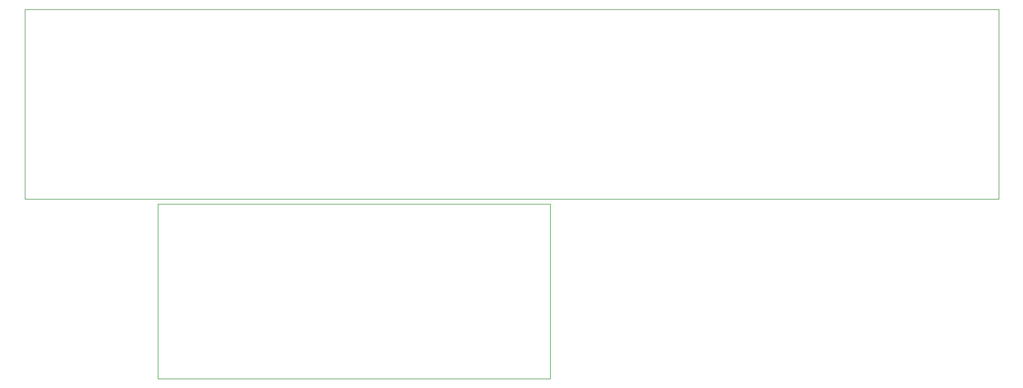
<source format=gbr>
%TF.GenerationSoftware,KiCad,Pcbnew,7.0.10*%
%TF.CreationDate,2024-02-02T23:00:29-06:00*%
%TF.ProjectId,Glass,476c6173-732e-46b6-9963-61645f706362,rev?*%
%TF.SameCoordinates,Original*%
%TF.FileFunction,Profile,NP*%
%FSLAX46Y46*%
G04 Gerber Fmt 4.6, Leading zero omitted, Abs format (unit mm)*
G04 Created by KiCad (PCBNEW 7.0.10) date 2024-02-02 23:00:29*
%MOMM*%
%LPD*%
G01*
G04 APERTURE LIST*
%TA.AperFunction,Profile*%
%ADD10C,0.100000*%
%TD*%
G04 APERTURE END LIST*
D10*
X230950000Y-40970000D02*
X81500000Y-40970000D01*
X230950000Y-70110000D02*
X81500000Y-70110000D01*
X230950000Y-40970000D02*
X230950000Y-70110000D01*
X81500000Y-70110000D02*
X81500000Y-40970000D01*
X162150000Y-70810000D02*
X101960000Y-70810000D01*
X101960000Y-70810000D02*
X101960000Y-97660000D01*
X162150000Y-97660000D02*
X162150000Y-70810000D01*
X101960000Y-97660000D02*
X162150000Y-97660000D01*
M02*

</source>
